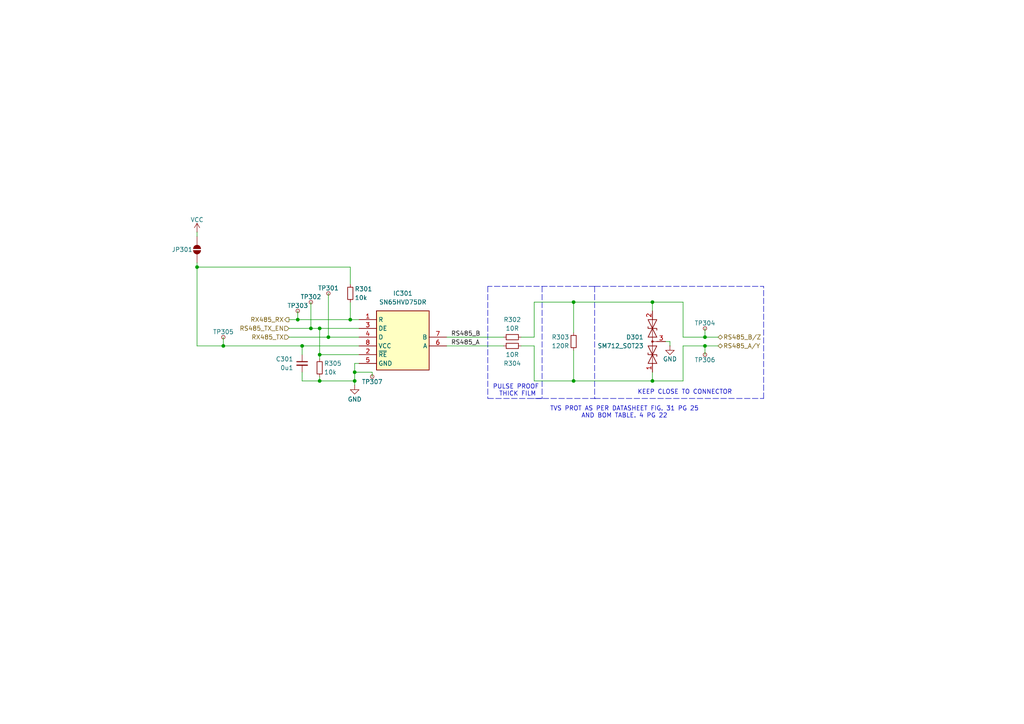
<source format=kicad_sch>
(kicad_sch (version 20231120) (generator "eeschema") (generator_version "8.0")
  (paper "A4")
  (lib_symbols
    (symbol "Connector:TestPoint_Small" (pin_numbers hide) (pin_names (offset 0.762) hide)
      (property "Reference" "TP" (at 0 3.81 0))
      (property "Value" "TestPoint_Small" (at 0 2.032 0))
      (symbol "TestPoint_Small_0_1"
        (circle (center 0 0) (radius 0.508))
      )
      (symbol "TestPoint_Small_1_1"
        (pin passive line (at 0 0 90) (length 0) (name "1") (number "1"))
      )
    )
    (symbol "Device:C_Small" (pin_numbers hide) (pin_names (offset 0.254) hide)
      (property "Reference" "C" (at 0.254 1.778 0))
      (property "Value" "C_Small" (at 0.254 -2.032 0))
      (symbol "C_Small_0_1"
        (polyline (pts (xy -1.524 -0.508) (xy 1.524 -0.508)) (stroke (width 0.3302)))
        (polyline (pts (xy -1.524 0.508) (xy 1.524 0.508)) (stroke (width 0.3048)))
      )
      (symbol "C_Small_1_1"
        (pin passive line (at 0 2.54 270) (length 2.032) (name "~") (number "1"))
        (pin passive line (at 0 -2.54 90) (length 2.032) (name "~") (number "2"))
      )
    )
    (symbol "Device:R_Small" (pin_numbers hide) (pin_names (offset 0.254) hide)
      (property "Reference" "R" (at 0.762 0.508 0))
      (property "Value" "R_Small" (at 0.762 -1.016 0))
      (symbol "R_Small_0_1"
        (rectangle (start -0.762 1.778) (end 0.762 -1.778) (stroke (width 0.2032)))
      )
      (symbol "R_Small_1_1"
        (pin passive line (at 0 2.54 270) (length 0.762) (name "~") (number "1"))
        (pin passive line (at 0 -2.54 90) (length 0.762) (name "~") (number "2"))
      )
    )
    (symbol "Diode:SM712_SOT23" (pin_names (offset 1.016) hide)
      (property "Reference" "D" (at 0 4.445 0))
      (property "Value" "SM712_SOT23" (at 0 2.54 0))
      (symbol "SM712_SOT23_0_0"
        (polyline (pts (xy 0 -1.27) (xy 0 0)))
      )
      (symbol "SM712_SOT23_0_1"
        (polyline (pts (xy -6.35 0) (xy 6.35 0)))
        (polyline (pts (xy -3.302 1.27) (xy -3.81 1.27) (xy -3.81 -1.27) (xy -4.318 -1.27)) (stroke (width 0.2032)))
        (polyline (pts (xy 4.318 1.27) (xy 3.81 1.27) (xy 3.81 -1.27) (xy 3.302 -1.27)) (stroke (width 0.2032)))
        (polyline (pts (xy -6.35 -1.27) (xy -1.27 1.27) (xy -1.27 -1.27) (xy -6.35 1.27) (xy -6.35 -1.27)) (stroke (width 0.2032)))
        (polyline (pts (xy 1.27 -1.27) (xy 1.27 1.27) (xy 6.35 -1.27) (xy 6.35 1.27) (xy 1.27 -1.27)) (stroke (width 0.2032)))
        (circle (center 0 0) (radius 0.254) (fill (type outline)))
      )
      (symbol "SM712_SOT23_1_1"
        (pin passive line (at -8.89 0 0) (length 2.54) (name "A1") (number "1"))
        (pin passive line (at 8.89 0 180) (length 2.54) (name "A2") (number "2"))
        (pin input line (at 0 -3.81 90) (length 2.54) (name "common") (number "3"))
      )
    )
    (symbol "Jumper:SolderJumper_2_Open" (pin_numbers hide) (pin_names (offset 0) hide) (exclude_from_sim yes) (in_bom no)
      (property "Reference" "JP" (at 0 2.032 0))
      (property "Value" "SolderJumper_2_Open" (at 0 -2.54 0))
      (symbol "SolderJumper_2_Open_0_1"
        (arc (start -0.254 1.016) (mid -1.2656 0) (end -0.254 -1.016))
        (arc (start -0.254 1.016) (mid -1.2656 0) (end -0.254 -1.016) (fill (type outline)))
        (polyline (pts (xy -0.254 1.016) (xy -0.254 -1.016)))
        (polyline (pts (xy 0.254 1.016) (xy 0.254 -1.016)))
        (arc (start 0.254 -1.016) (mid 1.2656 0) (end 0.254 1.016))
        (arc (start 0.254 -1.016) (mid 1.2656 0) (end 0.254 1.016) (fill (type outline)))
      )
      (symbol "SolderJumper_2_Open_1_1"
        (pin passive line (at -3.81 0 0) (length 2.54) (name "A") (number "1"))
        (pin passive line (at 3.81 0 180) (length 2.54) (name "B") (number "2"))
      )
    )
    (symbol "SN65HVD75DR:SN65HVD75DR"
      (property "Reference" "IC301" (at 12.7 7.62 0))
      (property "Value" "SN65HVD75DR" (at 12.7 5.08 0))
      (symbol "SN65HVD75DR_1_1"
        (rectangle (start 5.08 2.54) (end 20.32 -14.605) (stroke (width 0.254)) (fill (type background)))
        (pin passive line (at 0 0 0) (length 5.08) (name "R") (number "1"))
        (pin passive line (at 0 -10.16 0) (length 5.08) (name "~{RE}") (number "2"))
        (pin passive line (at 0 -2.54 0) (length 5.08) (name "DE") (number "3"))
        (pin passive line (at 0 -5.08 0) (length 5.08) (name "D") (number "4"))
        (pin passive line (at 0 -12.7 0) (length 5.08) (name "GND") (number "5"))
        (pin passive line (at 25.4 -7.62 180) (length 5.08) (name "A") (number "6"))
        (pin passive line (at 25.4 -5.08 180) (length 5.08) (name "B") (number "7"))
        (pin passive line (at 0 -7.62 0) (length 5.08) (name "VCC") (number "8"))
      )
    )
    (symbol "power:GND" (power) (pin_numbers hide) (pin_names (offset 0) hide)
      (property "Value" "GND" (at 0 -3.81 0))
      (symbol "GND_0_1"
        (polyline (pts (xy 0 0) (xy 0 -1.27) (xy 1.27 -1.27) (xy 0 -2.54) (xy -1.27 -1.27) (xy 0 -1.27)))
      )
      (symbol "GND_1_1"
        (pin power_in line (at 0 0 270) (length 0) (name "~") (number "1"))
      )
    )
    (symbol "power:VCC" (power) (pin_numbers hide) (pin_names (offset 0) hide)
      (property "Value" "VCC" (at 0 3.556 0))
      (symbol "VCC_0_1"
        (polyline (pts (xy -0.762 1.27) (xy 0 2.54)))
        (polyline (pts (xy 0 0) (xy 0 2.54)))
        (polyline (pts (xy 0 2.54) (xy 0.762 1.27)))
      )
      (symbol "VCC_1_1"
        (pin power_in line (at 0 0 90) (length 0) (name "~") (number "1"))
      )
    )
  )
  (junction (at 92.71 102.87))
  (junction (at 166.37 87.63))
  (junction (at 166.37 110.49))
  (junction (at 95.25 97.79))
  (junction (at 204.47 97.79))
  (junction (at 101.6 92.71))
  (junction (at 87.63 100.33))
  (junction (at 92.71 95.25))
  (junction (at 102.87 107.95))
  (junction (at 102.87 110.49))
  (junction (at 90.17 95.25))
  (junction (at 64.77 100.33))
  (junction (at 204.47 100.33))
  (junction (at 92.71 110.49))
  (junction (at 86.36 92.71))
  (junction (at 189.23 87.63))
  (junction (at 57.15 77.47))
  (junction (at 189.23 110.49))
  (wire (pts (xy 166.37 87.63) (xy 189.23 87.63)))
  (wire (pts (xy 151.13 97.79) (xy 154.94 97.79)))
  (wire (pts (xy 102.87 110.49) (xy 102.87 111.76)))
  (wire (pts (xy 92.71 110.49) (xy 102.87 110.49)))
  (wire (pts (xy 83.82 92.71) (xy 86.36 92.71)))
  (wire (pts (xy 92.71 102.87) (xy 104.14 102.87)))
  (wire (pts (xy 102.87 105.41) (xy 102.87 107.95)))
  (wire (pts (xy 101.6 92.71) (xy 104.14 92.71)))
  (wire (pts (xy 194.31 99.06) (xy 193.04 99.06)))
  (wire (pts (xy 95.25 97.79) (xy 104.14 97.79)))
  (wire (pts (xy 154.94 100.33) (xy 154.94 110.49)))
  (wire (pts (xy 90.17 95.25) (xy 92.71 95.25)))
  (wire (pts (xy 87.63 100.33) (xy 87.63 102.87)))
  (wire (pts (xy 194.31 100.33) (xy 194.31 99.06)))
  (polyline (pts (xy 172.466 83.058) (xy 141.478 83.058)) (stroke (width 0) (type dash)))
  (wire (pts (xy 101.6 77.47) (xy 57.15 77.47)))
  (wire (pts (xy 87.63 110.49) (xy 92.71 110.49)))
  (wire (pts (xy 129.54 100.33) (xy 146.05 100.33)))
  (wire (pts (xy 90.17 87.63) (xy 90.17 95.25)))
  (wire (pts (xy 57.15 76.2) (xy 57.15 77.47)))
  (wire (pts (xy 86.36 90.17) (xy 86.36 92.71)))
  (wire (pts (xy 101.6 87.63) (xy 101.6 92.71)))
  (wire (pts (xy 83.82 97.79) (xy 95.25 97.79)))
  (wire (pts (xy 87.63 107.95) (xy 87.63 110.49)))
  (wire (pts (xy 107.95 109.22) (xy 107.95 107.95)))
  (wire (pts (xy 92.71 95.25) (xy 92.71 102.87)))
  (wire (pts (xy 189.23 87.63) (xy 198.12 87.63)))
  (wire (pts (xy 204.47 100.33) (xy 204.47 102.87)))
  (wire (pts (xy 154.94 87.63) (xy 166.37 87.63)))
  (wire (pts (xy 204.47 100.33) (xy 198.12 100.33)))
  (wire (pts (xy 64.77 97.79) (xy 64.77 100.33)))
  (wire (pts (xy 198.12 87.63) (xy 198.12 97.79)))
  (polyline (pts (xy 157.226 115.57) (xy 154.686 115.57)) (stroke (width 0) (type dash)))
  (polyline (pts (xy 172.466 83.058) (xy 221.488 83.058)) (stroke (width 0) (type dash)))
  (wire (pts (xy 198.12 97.79) (xy 204.47 97.79)))
  (wire (pts (xy 129.54 97.79) (xy 146.05 97.79)))
  (wire (pts (xy 107.95 107.95) (xy 102.87 107.95)))
  (wire (pts (xy 151.13 100.33) (xy 154.94 100.33)))
  (wire (pts (xy 101.6 82.55) (xy 101.6 77.47)))
  (polyline (pts (xy 172.466 115.57) (xy 221.488 115.57)) (stroke (width 0) (type dash)))
  (wire (pts (xy 204.47 95.25) (xy 204.47 97.79)))
  (wire (pts (xy 86.36 92.71) (xy 101.6 92.71)))
  (wire (pts (xy 57.15 77.47) (xy 57.15 100.33)))
  (wire (pts (xy 154.94 97.79) (xy 154.94 87.63)))
  (polyline (pts (xy 221.488 115.57) (xy 221.488 83.058)) (stroke (width 0) (type dash)))
  (polyline (pts (xy 141.478 115.57) (xy 172.72 115.57)) (stroke (width 0) (type dash)))
  (wire (pts (xy 92.71 95.25) (xy 104.14 95.25)))
  (wire (pts (xy 95.25 85.09) (xy 95.25 97.79)))
  (polyline (pts (xy 141.478 83.058) (xy 141.478 115.57)) (stroke (width 0) (type dash)))
  (wire (pts (xy 166.37 96.52) (xy 166.37 87.63)))
  (wire (pts (xy 92.71 109.22) (xy 92.71 110.49)))
  (wire (pts (xy 57.15 100.33) (xy 64.77 100.33)))
  (wire (pts (xy 208.28 100.33) (xy 204.47 100.33)))
  (wire (pts (xy 64.77 100.33) (xy 87.63 100.33)))
  (wire (pts (xy 189.23 107.95) (xy 189.23 110.49)))
  (polyline (pts (xy 172.466 83.058) (xy 172.466 115.57)) (stroke (width 0) (type dash)))
  (wire (pts (xy 104.14 105.41) (xy 102.87 105.41)))
  (wire (pts (xy 198.12 110.49) (xy 189.23 110.49)))
  (wire (pts (xy 189.23 87.63) (xy 189.23 90.17)))
  (wire (pts (xy 57.15 67.31) (xy 57.15 68.58)))
  (wire (pts (xy 102.87 107.95) (xy 102.87 110.49)))
  (wire (pts (xy 104.14 100.33) (xy 87.63 100.33)))
  (wire (pts (xy 92.71 102.87) (xy 92.71 104.14)))
  (wire (pts (xy 166.37 110.49) (xy 189.23 110.49)))
  (wire (pts (xy 83.82 95.25) (xy 90.17 95.25)))
  (wire (pts (xy 204.47 97.79) (xy 208.28 97.79)))
  (wire (pts (xy 154.94 110.49) (xy 166.37 110.49)))
  (wire (pts (xy 198.12 100.33) (xy 198.12 110.49)))
  (polyline (pts (xy 157.226 83.058) (xy 157.226 115.57)) (stroke (width 0) (type dash)))
  (wire (pts (xy 166.37 110.49) (xy 166.37 101.6)))
  (text "KEEP CLOSE TO CONNECTOR" (at 198.628 113.792 0) (effects (font (size 1.27 1.27))))
  (text "TVS PROT AS PER DATASHEET FIG. 31 PG 25\nAND BOM TABLE. 4 PG 22" (at 181.102 119.634 0) (effects (font (size 1.27 1.27))))
  (text "PULSE PROOF \nTHICK FILM" (at 150.114 113.284 0) (effects (font (size 1.27 1.27))))
  (label "RS485_A" (at 130.81 100.33 0))
  (label "RS485_B" (at 130.81 97.79 0))
  (hierarchical_label "RS485_B{slash}Z" (shape bidirectional) (at 208.28 97.79 0))
  (hierarchical_label "RX485_TX" (shape input) (at 83.82 97.79 180))
  (hierarchical_label "RS485_TX_EN" (shape input) (at 83.82 95.25 180))
  (hierarchical_label "RX485_RX" (shape output) (at 83.82 92.71 180))
  (hierarchical_label "RS485_A{slash}Y" (shape bidirectional) (at 208.28 100.33 0))
  (symbol (lib_id "Device:R_Small") (at 92.71 106.68 0) (unit 1)
    (property "Reference" "R305" (at 93.98 105.41 0) (effects (justify left)))
    (property "Value" "10k" (at 93.98 107.95 0) (effects (justify left)))
    (property "Description" "Resistor, small symbol" (effects (hide yes)))
  )
  (symbol (lib_id "Diode:SM712_SOT23") (at 189.23 99.06 90) (unit 1)
    (property "Reference" "D301" (at 186.69 97.7899 90) (effects (justify left)))
    (property "Value" "SM712_SOT23" (at 186.69 100.3299 90) (effects (justify left)))
    (property "Footprint" "Package_TO_SOT_SMD:SOT-23" (effects (hide yes)))
    (property "Datasheet" "https://www.littelfuse.com/~/media/electronics/datasheets/tvs_diode_arrays/littelfuse_tvs_diode_array_sm712_datasheet.pdf.pdf" (effects (hide yes)))
    (property "Description" "7V/12V, 600W Asymmetrical TVS Diode Array, SOT-23" (effects (hide yes)))
  )
  (symbol (lib_id "Connector:TestPoint_Small") (at 107.95 109.22 180) (unit 1) (in_bom no)
    (property "Reference" "TP307" (at 110.998 110.744 0) (effects (justify left)))
    (property "Value" "TestPoint_Small" (effects (hide yes)))
    (property "Footprint" "TestPoint:TestPoint_Pad_D1.5mm" (effects (hide yes)))
    (property "Description" "test point" (effects (hide yes)))
  )
  (symbol (lib_id "Connector:TestPoint_Small") (at 204.47 102.87 180) (unit 1) (in_bom no)
    (property "Reference" "TP306" (at 207.518 104.394 0) (effects (justify left)))
    (property "Value" "TestPoint_Small" (effects (hide yes)))
    (property "Footprint" "TestPoint:TestPoint_Pad_D1.5mm" (effects (hide yes)))
    (property "Description" "test point" (effects (hide yes)))
  )
  (symbol (lib_id "Jumper:SolderJumper_2_Open") (at 57.15 72.39 270) (mirror x) (unit 1) (exclude_from_sim yes) (in_bom no)
    (property "Reference" "JP301" (at 55.88 72.39 90) (effects (justify right)))
    (property "Value" "SolderJumper_2_Open" (effects (hide yes)))
    (property "Description" "Solder Jumper, 2-pole, open" (effects (hide yes)))
  )
  (symbol (lib_id "power:VCC") (at 57.15 67.31 0) (unit 1)
    (property "Reference" "#PWR0301" (effects (hide yes)))
    (property "Value" "VCC" (at 57.15 63.754 0))
    (property "Description" "Power symbol creates a global label with name \"VCC\"" (effects (hide yes)))
  )
  (symbol (lib_id "Connector:TestPoint_Small") (at 204.47 95.25 0) (unit 1) (in_bom no)
    (property "Reference" "TP304" (at 201.422 93.726 0) (effects (justify left)))
    (property "Value" "TestPoint_Small" (effects (hide yes)))
    (property "Footprint" "TestPoint:TestPoint_Pad_D1.5mm" (effects (hide yes)))
    (property "Description" "test point" (effects (hide yes)))
  )
  (symbol (lib_id "Connector:TestPoint_Small") (at 95.25 85.09 0) (unit 1) (in_bom no)
    (property "Reference" "TP301" (at 92.202 83.566 0) (effects (justify left)))
    (property "Value" "TestPoint_Small" (effects (hide yes)))
    (property "Footprint" "TestPoint:TestPoint_Pad_D1.5mm" (effects (hide yes)))
    (property "Description" "test point" (effects (hide yes)))
  )
  (symbol (lib_id "Connector:TestPoint_Small") (at 86.36 90.17 0) (unit 1) (in_bom no)
    (property "Reference" "TP303" (at 83.312 88.646 0) (effects (justify left)))
    (property "Value" "TestPoint_Small" (effects (hide yes)))
    (property "Footprint" "TestPoint:TestPoint_Pad_D1.5mm" (effects (hide yes)))
    (property "Description" "test point" (effects (hide yes)))
  )
  (symbol (lib_id "power:GND") (at 194.31 100.33 0) (unit 1)
    (property "Reference" "#PWR0302" (effects (hide yes)))
    (property "Value" "GND" (at 194.31 104.14 0))
    (property "Description" "Power symbol creates a global label with name \"GND\" , ground" (effects (hide yes)))
  )
  (symbol (lib_id "Device:R_Small") (at 101.6 85.09 0) (unit 1)
    (property "Reference" "R301" (at 102.87 83.82 0) (effects (justify left)))
    (property "Value" "10k" (at 102.87 86.36 0) (effects (justify left)))
    (property "Description" "Resistor, small symbol" (effects (hide yes)))
  )
  (symbol (lib_id "Device:R_Small") (at 148.59 100.33 270) (mirror x) (unit 1)
    (property "Reference" "R304" (at 148.59 105.41 90))
    (property "Value" "10R" (at 148.59 102.87 90))
    (property "Footprint" "Resistor_SMD:R_0603_1608Metric_Pad0.98x0.95mm_HandSolder" (effects (hide yes)))
    (property "Description" "Resistor, small symbol" (effects (hide yes)))
    (property "MPN" "CRCW060310R0FKTA" (effects (hide yes)))
    (property "LCSC" "C2091419" (effects (hide yes)))
  )
  (symbol (lib_id "Device:C_Small") (at 87.63 105.41 0) (mirror y) (unit 1)
    (property "Reference" "C301" (at 85.09 104.1462 0) (effects (justify left)))
    (property "Value" "0u1" (at 85.09 106.6862 0) (effects (justify left)))
    (property "Description" "Unpolarized capacitor, small symbol" (effects (hide yes)))
  )
  (symbol (lib_id "Connector:TestPoint_Small") (at 90.17 87.63 0) (unit 1) (in_bom no)
    (property "Reference" "TP302" (at 87.122 86.106 0) (effects (justify left)))
    (property "Value" "TestPoint_Small" (effects (hide yes)))
    (property "Footprint" "TestPoint:TestPoint_Pad_D1.5mm" (effects (hide yes)))
    (property "Description" "test point" (effects (hide yes)))
  )
  (symbol (lib_id "SN65HVD75DR:SN65HVD75DR") (at 104.14 92.71 0) (unit 1)
    (property "Reference" "IC301" (at 116.84 85.09 0))
    (property "Value" "SN65HVD75DR" (at 116.84 87.63 0))
    (property "Footprint" "Package_SO:SOIC-8_5.23x5.23mm_P1.27mm" (effects (hide yes)))
    (property "Datasheet" "http://www.ti.com/lit/gpn/sn65hvd75" (effects (hide yes)))
    (property "Description" "3.3-V half-duplex RS-485 transceiver with IEC ESD, 20 Mbps" (effects (hide yes)))
    (property "Height" "1.75" (effects (hide yes)))
    (property "Manufacturer_Name" "Texas Instruments" (effects (hide yes)))
    (property "Manufacturer_Part_Number" "SN65HVD75DR" (effects (hide yes)))
    (property "Mouser Part Number" "595-SN65HVD75DR" (effects (hide yes)))
    (property "Mouser Price/Stock" "https://www.mouser.co.uk/ProductDetail/Texas-Instruments/SN65HVD75DR?qs=X2y4EmDJZOW1Viw5bHgBbQ%3D%3D" (effects (hide yes)))
    (property "Arrow Part Number" "SN65HVD75DR" (effects (hide yes)))
    (property "Arrow Price/Stock" "https://www.arrow.com/en/products/sn65hvd75dr/texas-instruments?region=nac" (effects (hide yes)))
  )
  (symbol (lib_id "power:GND") (at 102.87 111.76 0) (unit 1)
    (property "Reference" "#PWR0303" (effects (hide yes)))
    (property "Value" "GND" (at 102.87 115.824 0))
    (property "Description" "Power symbol creates a global label with name \"GND\" , ground" (effects (hide yes)))
  )
  (symbol (lib_id "Connector:TestPoint_Small") (at 64.77 97.79 0) (unit 1) (in_bom no)
    (property "Reference" "TP305" (at 61.722 96.266 0) (effects (justify left)))
    (property "Value" "TestPoint_Small" (effects (hide yes)))
    (property "Footprint" "TestPoint:TestPoint_Pad_D1.5mm" (effects (hide yes)))
    (property "Description" "test point" (effects (hide yes)))
  )
  (symbol (lib_id "Device:R_Small") (at 148.59 97.79 90) (unit 1)
    (property "Reference" "R302" (at 148.59 92.71 90))
    (property "Value" "10R" (at 148.59 95.25 90))
    (property "Footprint" "Resistor_SMD:R_0603_1608Metric_Pad0.98x0.95mm_HandSolder" (effects (hide yes)))
    (property "Description" "Resistor, small symbol" (effects (hide yes)))
    (property "MPN" "CRCW060310R0FKTA" (effects (hide yes)))
    (property "LCSC" "C2091419" (effects (hide yes)))
  )
  (symbol (lib_id "Device:R_Small") (at 166.37 99.06 0) (mirror y) (unit 1)
    (property "Reference" "R303" (at 165.1 97.79 0) (effects (justify left)))
    (property "Value" "120R" (at 165.1 100.33 0) (effects (justify left)))
    (property "Description" "Resistor, small symbol" (effects (hide yes)))
  )
)
</source>
